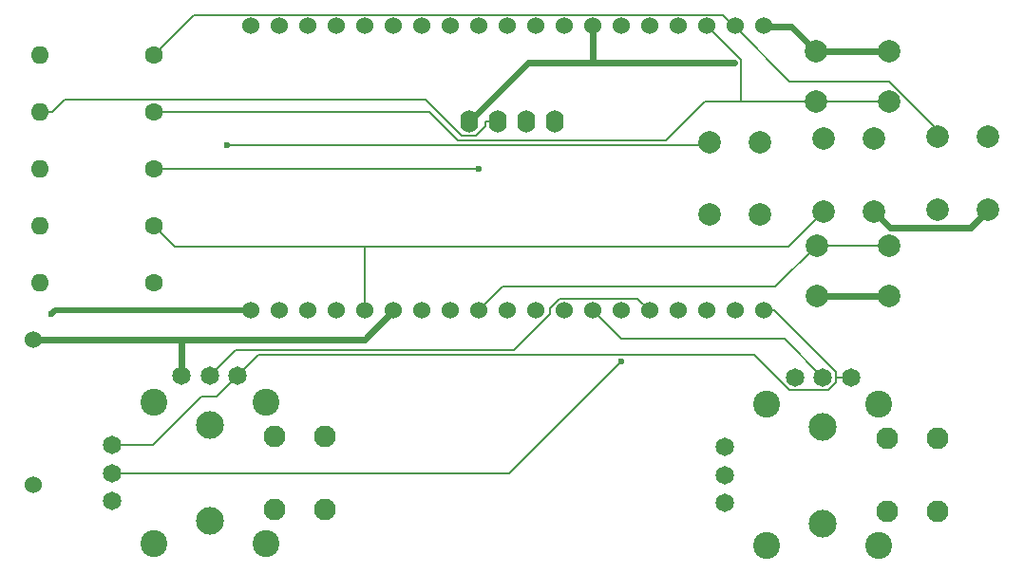
<source format=gbr>
%TF.GenerationSoftware,KiCad,Pcbnew,8.0.6*%
%TF.CreationDate,2025-10-28T17:51:58+09:00*%
%TF.ProjectId,Drone_hacking_PCB,44726f6e-655f-4686-9163-6b696e675f50,rev?*%
%TF.SameCoordinates,Original*%
%TF.FileFunction,Copper,L1,Top*%
%TF.FilePolarity,Positive*%
%FSLAX46Y46*%
G04 Gerber Fmt 4.6, Leading zero omitted, Abs format (unit mm)*
G04 Created by KiCad (PCBNEW 8.0.6) date 2025-10-28 17:51:58*
%MOMM*%
%LPD*%
G01*
G04 APERTURE LIST*
%TA.AperFunction,ComponentPad*%
%ADD10O,1.600000X2.000000*%
%TD*%
%TA.AperFunction,ComponentPad*%
%ADD11C,1.524000*%
%TD*%
%TA.AperFunction,ComponentPad*%
%ADD12C,1.600000*%
%TD*%
%TA.AperFunction,ComponentPad*%
%ADD13O,1.600000X1.600000*%
%TD*%
%TA.AperFunction,ComponentPad*%
%ADD14C,1.950000*%
%TD*%
%TA.AperFunction,ComponentPad*%
%ADD15C,1.650000*%
%TD*%
%TA.AperFunction,ComponentPad*%
%ADD16C,2.400000*%
%TD*%
%TA.AperFunction,ComponentPad*%
%ADD17C,2.475000*%
%TD*%
%TA.AperFunction,ComponentPad*%
%ADD18C,2.000000*%
%TD*%
%TA.AperFunction,ViaPad*%
%ADD19C,0.600000*%
%TD*%
%TA.AperFunction,Conductor*%
%ADD20C,0.200000*%
%TD*%
%TA.AperFunction,Conductor*%
%ADD21C,0.500000*%
%TD*%
%TA.AperFunction,Conductor*%
%ADD22C,0.600000*%
%TD*%
G04 APERTURE END LIST*
D10*
%TO.P,Brd1,1,GND*%
%TO.N,GND*%
X137350000Y-73220000D03*
%TO.P,Brd1,2,VCC*%
%TO.N,3.3V*%
X139890000Y-73220000D03*
%TO.P,Brd1,3,SCL*%
%TO.N,SSD1306_SCL*%
X142430000Y-73220000D03*
%TO.P,Brd1,4,SDA*%
%TO.N,SSD1306_SDA*%
X144970000Y-73220000D03*
%TD*%
D11*
%TO.P,U1,1,5v*%
%TO.N,VIN*%
X117840000Y-90130000D03*
%TO.P,U1,2,GPIO11*%
%TO.N,unconnected-(U1-GPIO11-Pad2)*%
X120380000Y-90130000D03*
%TO.P,U1,3,GPIO10*%
%TO.N,unconnected-(U1-GPIO10-Pad3)*%
X122920000Y-90130000D03*
%TO.P,U1,4,GPIO9*%
%TO.N,unconnected-(U1-GPIO9-Pad4)*%
X125460000Y-90130000D03*
%TO.P,U1,5,GPIO13*%
%TO.N,SW_5*%
X128000000Y-90130000D03*
%TO.P,U1,6,GND*%
%TO.N,GND*%
X130540000Y-90130000D03*
%TO.P,U1,7,GPIO12*%
%TO.N,unconnected-(U1-GPIO12-Pad7)*%
X133080000Y-90130000D03*
%TO.P,U1,8,GPIO14*%
%TO.N,unconnected-(U1-GPIO14-Pad8)*%
X135620000Y-90130000D03*
%TO.P,U1,9,GPIO27*%
%TO.N,SW_4*%
X138160000Y-90130000D03*
%TO.P,U1,10,GPIO26*%
%TO.N,SSD1306_SCL*%
X140700000Y-90130000D03*
%TO.P,U1,11,GPIO25*%
%TO.N,SSD1306_SDA*%
X143240000Y-90130000D03*
%TO.P,U1,12,GPIO33*%
%TO.N,L_VR_out1*%
X145780000Y-90130000D03*
%TO.P,U1,13,GPIO32*%
%TO.N,L_VR_out2*%
X148320000Y-90130000D03*
%TO.P,U1,14,GPIO35*%
%TO.N,R_VR_out1*%
X150860000Y-90130000D03*
%TO.P,U1,15,GPIO34*%
%TO.N,R_VR_out2*%
X153400000Y-90130000D03*
%TO.P,U1,16,GPIO39*%
%TO.N,unconnected-(U1-GPIO39-Pad16)*%
X155940000Y-90130000D03*
%TO.P,U1,17,GPIO36*%
%TO.N,unconnected-(U1-GPIO36-Pad17)*%
X158480000Y-90130000D03*
%TO.P,U1,18,EN*%
%TO.N,unconnected-(U1-EN-Pad18)*%
X161020000Y-90130000D03*
%TO.P,U1,19,3.3v*%
%TO.N,3.3V*%
X163560000Y-90130000D03*
%TO.P,U1,20,GPIO6*%
%TO.N,unconnected-(U1-GPIO6-Pad20)*%
X117840000Y-64720000D03*
%TO.P,U1,21,GPIO7*%
%TO.N,unconnected-(U1-GPIO7-Pad21)*%
X120380000Y-64720000D03*
%TO.P,U1,22,GPIO8*%
%TO.N,unconnected-(U1-GPIO8-Pad22)*%
X122920000Y-64720000D03*
%TO.P,U1,23,GPIO15*%
%TO.N,unconnected-(U1-GPIO15-Pad23)*%
X125460000Y-64720000D03*
%TO.P,U1,24,GPIO2*%
%TO.N,unconnected-(U1-GPIO2-Pad24)*%
X128000000Y-64720000D03*
%TO.P,U1,25,GPIO0*%
%TO.N,unconnected-(U1-GPIO0-Pad25)*%
X130540000Y-64720000D03*
%TO.P,U1,26,GPIO4*%
%TO.N,unconnected-(U1-GPIO4-Pad26)*%
X133080000Y-64720000D03*
%TO.P,U1,27,GPIO16*%
%TO.N,unconnected-(U1-GPIO16-Pad27)*%
X135620000Y-64720000D03*
%TO.P,U1,28,GPIO17*%
%TO.N,unconnected-(U1-GPIO17-Pad28)*%
X138160000Y-64720000D03*
%TO.P,U1,29,GPIO5*%
%TO.N,unconnected-(U1-GPIO5-Pad29)*%
X140700000Y-64720000D03*
%TO.P,U1,30,GPIO18*%
%TO.N,unconnected-(U1-GPIO18-Pad30)*%
X143240000Y-64720000D03*
%TO.P,U1,31,GPIO19*%
%TO.N,SW_3*%
X145780000Y-64720000D03*
%TO.P,U1,32,GND*%
%TO.N,GND*%
X148320000Y-64720000D03*
%TO.P,U1,33,GPIO21*%
%TO.N,unconnected-(U1-GPIO21-Pad33)*%
X150860000Y-64720000D03*
%TO.P,U1,34,GPIO3*%
%TO.N,unconnected-(U1-GPIO3-Pad34)*%
X153400000Y-64720000D03*
%TO.P,U1,35,GPIO1*%
%TO.N,unconnected-(U1-GPIO1-Pad35)*%
X155940000Y-64720000D03*
%TO.P,U1,36,GPIO22*%
%TO.N,SW_2*%
X158480000Y-64720000D03*
%TO.P,U1,37,GPIO23*%
%TO.N,SW_1*%
X161020000Y-64720000D03*
%TO.P,U1,38,GND*%
%TO.N,GND*%
X163560000Y-64720000D03*
%TD*%
D12*
%TO.P,R1,1*%
%TO.N,SW_1*%
X109220000Y-67310000D03*
D13*
%TO.P,R1,2*%
%TO.N,3.3V*%
X99060000Y-67310000D03*
%TD*%
D12*
%TO.P,R4,1*%
%TO.N,SW_4*%
X109220000Y-77470000D03*
D13*
%TO.P,R4,2*%
%TO.N,3.3V*%
X99060000Y-77470000D03*
%TD*%
D12*
%TO.P,R3,1*%
%TO.N,SW_3*%
X109220000Y-87630000D03*
D13*
%TO.P,R3,2*%
%TO.N,3.3V*%
X99060000Y-87630000D03*
%TD*%
D12*
%TO.P,R2,1*%
%TO.N,SW_2*%
X109220000Y-72390000D03*
D13*
%TO.P,R2,2*%
%TO.N,3.3V*%
X99060000Y-72390000D03*
%TD*%
D12*
%TO.P,R5,1*%
%TO.N,SW_5*%
X109220000Y-82550000D03*
D13*
%TO.P,R5,2*%
%TO.N,3.3V*%
X99060000Y-82550000D03*
%TD*%
D14*
%TO.P,S1,A1,A1*%
%TO.N,unconnected-(S1-PadA1)*%
X119925000Y-107872500D03*
D15*
%TO.P,S1,A11,A11*%
%TO.N,3.3V*%
X116675000Y-95892500D03*
%TO.P,S1,A12,A12*%
%TO.N,R_VR_out2*%
X114175000Y-95892500D03*
%TO.P,S1,A13,A13*%
%TO.N,GND*%
X111675000Y-95892500D03*
D14*
%TO.P,S1,B1,B1*%
%TO.N,unconnected-(S1-PadB1)*%
X124425000Y-107872500D03*
D15*
%TO.P,S1,B11,B11*%
%TO.N,3.3V*%
X105445000Y-102122500D03*
%TO.P,S1,B12,B12*%
%TO.N,R_VR_out1*%
X105445000Y-104622500D03*
%TO.P,S1,B13,B13*%
%TO.N,GND*%
X105445000Y-107122500D03*
D14*
%TO.P,S1,C1,C1*%
%TO.N,unconnected-(S1-PadC1)*%
X119925000Y-101372500D03*
%TO.P,S1,D1,D1*%
%TO.N,unconnected-(S1-PadD1)*%
X124425000Y-101372500D03*
D16*
%TO.P,S1,MH1,MH1*%
%TO.N,unconnected-(S1-PadMH1)*%
X119175000Y-110947500D03*
%TO.P,S1,MH2,MH2*%
%TO.N,unconnected-(S1-PadMH2)*%
X109175000Y-110947500D03*
%TO.P,S1,MH3,MH3*%
%TO.N,unconnected-(S1-PadMH3)*%
X119175000Y-98297500D03*
%TO.P,S1,MH4,MH4*%
%TO.N,unconnected-(S1-PadMH4)*%
X109175000Y-98297500D03*
D17*
%TO.P,S1,MH5,MH5*%
%TO.N,unconnected-(S1-PadMH5)*%
X114175000Y-108922500D03*
%TO.P,S1,MH6,MH6*%
%TO.N,unconnected-(S1-PadMH6)*%
X114175000Y-100322500D03*
%TD*%
D18*
%TO.P,SW4,1,1*%
%TO.N,SW_4*%
X168275000Y-84305000D03*
X174775000Y-84305000D03*
%TO.P,SW4,2,2*%
%TO.N,GND*%
X168275000Y-88805000D03*
X174775000Y-88805000D03*
%TD*%
%TO.P,SW1,1,1*%
%TO.N,SW_1*%
X179070000Y-81130000D03*
X179070000Y-74630000D03*
%TO.P,SW1,2,2*%
%TO.N,GND*%
X183570000Y-81130000D03*
X183570000Y-74630000D03*
%TD*%
%TO.P,SW2,1,1*%
%TO.N,SW_2*%
X174700000Y-71465000D03*
X168200000Y-71465000D03*
%TO.P,SW2,2,2*%
%TO.N,GND*%
X174700000Y-66965000D03*
X168200000Y-66965000D03*
%TD*%
%TO.P,SW5,1,1*%
%TO.N,SW_5*%
X168910000Y-81280000D03*
X168910000Y-74780000D03*
%TO.P,SW5,2,2*%
%TO.N,GND*%
X173410000Y-81280000D03*
X173410000Y-74780000D03*
%TD*%
%TO.P,SW3,1,1*%
%TO.N,SW_3*%
X158750000Y-81570000D03*
X158750000Y-75070000D03*
%TO.P,SW3,2,2*%
%TO.N,GND*%
X163250000Y-81570000D03*
X163250000Y-75070000D03*
%TD*%
D14*
%TO.P,S2,A1,A1*%
%TO.N,unconnected-(S2-PadA1)*%
X174580000Y-108050000D03*
D15*
%TO.P,S2,A11,A11*%
%TO.N,3.3V*%
X171330000Y-96070000D03*
%TO.P,S2,A12,A12*%
%TO.N,L_VR_out2*%
X168830000Y-96070000D03*
%TO.P,S2,A13,A13*%
%TO.N,GND*%
X166330000Y-96070000D03*
D14*
%TO.P,S2,B1,B1*%
%TO.N,unconnected-(S2-PadB1)*%
X179080000Y-108050000D03*
D15*
%TO.P,S2,B11,B11*%
%TO.N,3.3V*%
X160100000Y-102300000D03*
%TO.P,S2,B12,B12*%
%TO.N,L_VR_out1*%
X160100000Y-104800000D03*
%TO.P,S2,B13,B13*%
%TO.N,GND*%
X160100000Y-107300000D03*
D14*
%TO.P,S2,C1,C1*%
%TO.N,unconnected-(S2-PadC1)*%
X174580000Y-101550000D03*
%TO.P,S2,D1,D1*%
%TO.N,unconnected-(S2-PadD1)*%
X179080000Y-101550000D03*
D16*
%TO.P,S2,MH1,MH1*%
%TO.N,unconnected-(S2-PadMH1)*%
X173830000Y-111125000D03*
%TO.P,S2,MH2,MH2*%
%TO.N,unconnected-(S2-PadMH2)*%
X163830000Y-111125000D03*
%TO.P,S2,MH3,MH3*%
%TO.N,unconnected-(S2-PadMH3)*%
X173830000Y-98475000D03*
%TO.P,S2,MH4,MH4*%
%TO.N,unconnected-(S2-PadMH4)*%
X163830000Y-98475000D03*
D17*
%TO.P,S2,MH5,MH5*%
%TO.N,unconnected-(S2-PadMH5)*%
X168830000Y-109100000D03*
%TO.P,S2,MH6,MH6*%
%TO.N,unconnected-(S2-PadMH6)*%
X168830000Y-100500000D03*
%TD*%
D11*
%TO.P,J1,1,Pin_1*%
%TO.N,GND*%
X98425000Y-92710000D03*
%TO.P,J1,2,Pin_2*%
%TO.N,VIN*%
X98425000Y-105660000D03*
%TD*%
D19*
%TO.N,SW_4*%
X138160000Y-77470000D03*
%TO.N,SW_3*%
X115746700Y-75329500D03*
%TO.N,VIN*%
X100053900Y-90462900D03*
%TO.N,GND*%
X160920400Y-68013600D03*
%TO.N,R_VR_out1*%
X150860000Y-94662000D03*
%TD*%
D20*
%TO.N,SW_5*%
X128000000Y-84395900D02*
X128000000Y-90130000D01*
X165794100Y-84395900D02*
X128000000Y-84395900D01*
X168910000Y-81280000D02*
X165794100Y-84395900D01*
X111065900Y-84395900D02*
X109220000Y-82550000D01*
X128000000Y-84395900D02*
X111065900Y-84395900D01*
%TO.N,SW_4*%
X174775000Y-84305000D02*
X168275000Y-84305000D01*
X109220000Y-77470000D02*
X138160000Y-77470000D01*
X140310900Y-87979100D02*
X138160000Y-90130000D01*
X164600900Y-87979100D02*
X140310900Y-87979100D01*
X168275000Y-84305000D02*
X164600900Y-87979100D01*
%TO.N,SW_3*%
X158490500Y-75329500D02*
X115746700Y-75329500D01*
X158750000Y-75070000D02*
X158490500Y-75329500D01*
%TO.N,SW_2*%
X168200000Y-71465000D02*
X174700000Y-71465000D01*
X158588200Y-64800000D02*
X158460000Y-64800000D01*
X161562600Y-67774400D02*
X158588200Y-64800000D01*
X161562600Y-71465000D02*
X161562600Y-67774400D01*
X161562600Y-71465000D02*
X168200000Y-71465000D01*
X158317800Y-71465000D02*
X161562600Y-71465000D01*
X154855000Y-74927800D02*
X158317800Y-71465000D01*
X136283500Y-74927800D02*
X154855000Y-74927800D01*
X133745700Y-72390000D02*
X136283500Y-74927800D01*
X109220000Y-72390000D02*
X133745700Y-72390000D01*
%TO.N,SW_1*%
X165861900Y-69661900D02*
X161000000Y-64800000D01*
X174744100Y-69661900D02*
X165861900Y-69661900D01*
X179070000Y-73987800D02*
X174744100Y-69661900D01*
X179070000Y-74630000D02*
X179070000Y-73987800D01*
X159931000Y-63731000D02*
X161000000Y-64800000D01*
X112799000Y-63731000D02*
X159931000Y-63731000D01*
X109220000Y-67310000D02*
X112799000Y-63731000D01*
D21*
%TO.N,VIN*%
X100386800Y-90130000D02*
X100053900Y-90462900D01*
X117840000Y-90130000D02*
X100386800Y-90130000D01*
D20*
%TO.N,L_VR_out2*%
X165414800Y-92654800D02*
X168830000Y-96070000D01*
X150844800Y-92654800D02*
X165414800Y-92654800D01*
X148320000Y-90130000D02*
X150844800Y-92654800D01*
%TO.N,R_VR_out2*%
X152317100Y-89047100D02*
X153400000Y-90130000D01*
X145357000Y-89047100D02*
X152317100Y-89047100D01*
X144510000Y-89894100D02*
X145357000Y-89047100D01*
X144510000Y-90406700D02*
X144510000Y-89894100D01*
X141303300Y-93613400D02*
X144510000Y-90406700D01*
X116454100Y-93613400D02*
X141303300Y-93613400D01*
X114175000Y-95892500D02*
X116454100Y-93613400D01*
%TO.N,3.3V*%
X109150900Y-102122500D02*
X105445000Y-102122500D01*
X113457600Y-97815800D02*
X109150900Y-102122500D01*
X114751700Y-97815800D02*
X113457600Y-97815800D01*
X116675000Y-95892500D02*
X114751700Y-97815800D01*
X169956700Y-96070000D02*
X171330000Y-96070000D01*
X163560000Y-90130100D02*
X163560000Y-90130000D01*
X164483600Y-90130100D02*
X163560000Y-90130100D01*
X169956700Y-95603200D02*
X164483600Y-90130100D01*
X169956700Y-96070000D02*
X169956700Y-95603200D01*
X101280500Y-71271200D02*
X100161700Y-72390000D01*
X133395100Y-71271200D02*
X101280500Y-71271200D01*
X136650000Y-74526100D02*
X133395100Y-71271200D01*
X137895300Y-74526100D02*
X136650000Y-74526100D01*
X138788300Y-73633100D02*
X137895300Y-74526100D01*
X138788300Y-73220000D02*
X138788300Y-73633100D01*
X139890000Y-73220000D02*
X138788300Y-73220000D01*
X99060000Y-72390000D02*
X100161700Y-72390000D01*
X169956700Y-96536800D02*
X169956700Y-96070000D01*
X169296800Y-97196700D02*
X169956700Y-96536800D01*
X165863300Y-97196700D02*
X169296800Y-97196700D01*
X162700500Y-94033900D02*
X165863300Y-97196700D01*
X118533600Y-94033900D02*
X162700500Y-94033900D01*
X116675000Y-95892500D02*
X118533600Y-94033900D01*
D22*
%TO.N,GND*%
X174700000Y-66965000D02*
X168200000Y-66965000D01*
X166035000Y-64800000D02*
X163540000Y-64800000D01*
X168200000Y-66965000D02*
X166035000Y-64800000D01*
X174839500Y-82709500D02*
X173410000Y-81280000D01*
X181990500Y-82709500D02*
X174839500Y-82709500D01*
X183570000Y-81130000D02*
X181990500Y-82709500D01*
X174775000Y-88805000D02*
X168275000Y-88805000D01*
X111675000Y-92710000D02*
X111675000Y-95892500D01*
X98425000Y-92710000D02*
X111675000Y-92710000D01*
X127960000Y-92710000D02*
X130540000Y-90130000D01*
X111675000Y-92710000D02*
X127960000Y-92710000D01*
X148300000Y-68013600D02*
X148300000Y-64800000D01*
X160920400Y-68013600D02*
X148300000Y-68013600D01*
X142556400Y-68013600D02*
X137350000Y-73220000D01*
X148300000Y-68013600D02*
X142556400Y-68013600D01*
D20*
%TO.N,R_VR_out1*%
X140899500Y-104622500D02*
X150860000Y-94662000D01*
X105445000Y-104622500D02*
X140899500Y-104622500D01*
%TD*%
M02*

</source>
